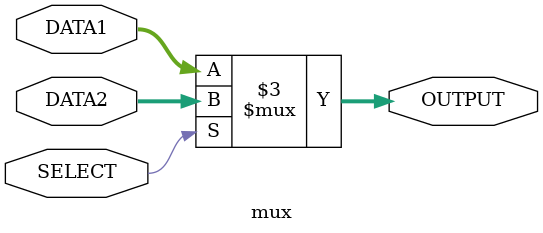
<source format=v>
module two_comp(DATA, OUT);

    input [7:0] DATA;
    output [7:0] OUT;

    assign #1 OUT = ~DATA + 1;

endmodule


module mux(DATA1, DATA2, SELECT, OUTPUT);

    input [7:0] DATA1, DATA2;
    input SELECT;
    output reg [7:0] OUTPUT;

    always @(SELECT) begin 

        if (SELECT) 
            OUTPUT = DATA2;
        else
            OUTPUT = DATA1;

    end

endmodule

</source>
